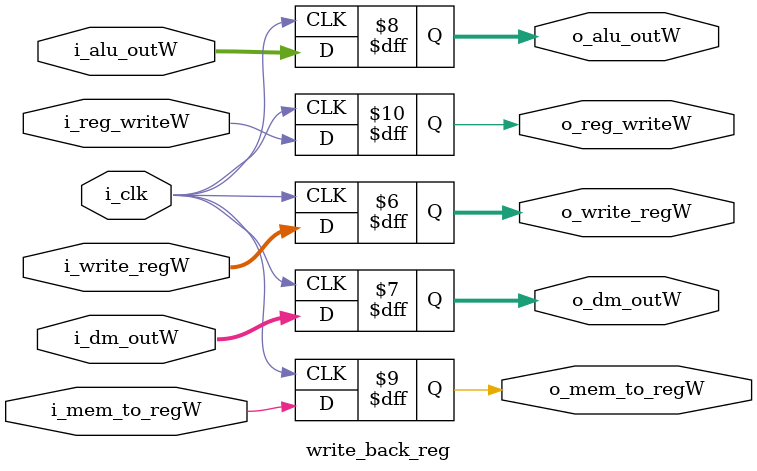
<source format=v>
module write_back_reg(
input i_clk,
input i_reg_writeW,
input i_mem_to_regW,
input [31:0] i_alu_outW,
input [31:0] i_dm_outW,
input [4:0]  i_write_regW,
output reg o_reg_writeW,
output reg o_mem_to_regW,
output reg [31:0] o_alu_outW,
output reg [31:0] o_dm_outW,
output reg [4:0]  o_write_regW
);
always@(posedge i_clk)begin
	o_reg_writeW <= i_reg_writeW;
end

always@(posedge i_clk)begin
	o_mem_to_regW <= i_mem_to_regW;
end
always@(posedge i_clk)begin
	o_alu_outW <= i_alu_outW;
end

always@(posedge i_clk)begin
	o_dm_outW <= i_dm_outW;
end
always@(posedge i_clk)begin
	o_write_regW <= i_write_regW;
end

endmodule

</source>
